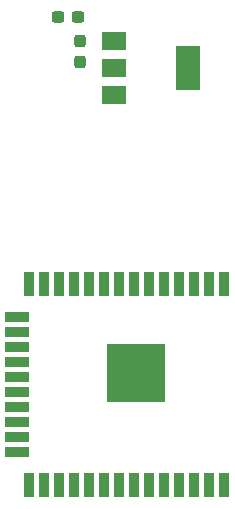
<source format=gbr>
%TF.GenerationSoftware,KiCad,Pcbnew,(6.0.1)*%
%TF.CreationDate,2022-11-17T23:17:31+08:00*%
%TF.ProjectId,ESP32_Adapter,45535033-325f-4416-9461-707465722e6b,rev?*%
%TF.SameCoordinates,Original*%
%TF.FileFunction,Paste,Top*%
%TF.FilePolarity,Positive*%
%FSLAX46Y46*%
G04 Gerber Fmt 4.6, Leading zero omitted, Abs format (unit mm)*
G04 Created by KiCad (PCBNEW (6.0.1)) date 2022-11-17 23:17:31*
%MOMM*%
%LPD*%
G01*
G04 APERTURE LIST*
G04 Aperture macros list*
%AMRoundRect*
0 Rectangle with rounded corners*
0 $1 Rounding radius*
0 $2 $3 $4 $5 $6 $7 $8 $9 X,Y pos of 4 corners*
0 Add a 4 corners polygon primitive as box body*
4,1,4,$2,$3,$4,$5,$6,$7,$8,$9,$2,$3,0*
0 Add four circle primitives for the rounded corners*
1,1,$1+$1,$2,$3*
1,1,$1+$1,$4,$5*
1,1,$1+$1,$6,$7*
1,1,$1+$1,$8,$9*
0 Add four rect primitives between the rounded corners*
20,1,$1+$1,$2,$3,$4,$5,0*
20,1,$1+$1,$4,$5,$6,$7,0*
20,1,$1+$1,$6,$7,$8,$9,0*
20,1,$1+$1,$8,$9,$2,$3,0*%
G04 Aperture macros list end*
%ADD10R,0.900000X2.000000*%
%ADD11R,2.000000X0.900000*%
%ADD12R,5.000000X5.000000*%
%ADD13RoundRect,0.237500X0.237500X-0.300000X0.237500X0.300000X-0.237500X0.300000X-0.237500X-0.300000X0*%
%ADD14RoundRect,0.237500X-0.300000X-0.237500X0.300000X-0.237500X0.300000X0.237500X-0.300000X0.237500X0*%
%ADD15R,2.000000X1.500000*%
%ADD16R,2.000000X3.800000*%
G04 APERTURE END LIST*
D10*
%TO.C,ESP32*%
X112776000Y-94742000D03*
X111506000Y-94742000D03*
X110236000Y-94742000D03*
X108966000Y-94742000D03*
X107696000Y-94742000D03*
X106426000Y-94742000D03*
X105156000Y-94742000D03*
X103886000Y-94742000D03*
X102616000Y-94742000D03*
X101346000Y-94742000D03*
X100076000Y-94742000D03*
X98806000Y-94742000D03*
X97536000Y-94742000D03*
X96266000Y-94742000D03*
D11*
X95266000Y-97527000D03*
X95266000Y-98797000D03*
X95266000Y-100067000D03*
X95266000Y-101337000D03*
X95266000Y-102607000D03*
X95266000Y-103877000D03*
X95266000Y-105147000D03*
X95266000Y-106417000D03*
X95266000Y-107687000D03*
X95266000Y-108957000D03*
D10*
X96266000Y-111742000D03*
X97536000Y-111742000D03*
X98806000Y-111742000D03*
X100076000Y-111742000D03*
X101346000Y-111742000D03*
X102616000Y-111742000D03*
X103886000Y-111742000D03*
X105156000Y-111742000D03*
X106426000Y-111742000D03*
X107696000Y-111742000D03*
X108966000Y-111742000D03*
X110236000Y-111742000D03*
X111506000Y-111742000D03*
X112776000Y-111742000D03*
D12*
X105276000Y-102242000D03*
%TD*%
D13*
%TO.C,C2*%
X100584000Y-75893000D03*
X100584000Y-74168000D03*
%TD*%
D14*
%TO.C,C1*%
X98705500Y-72136000D03*
X100430500Y-72136000D03*
%TD*%
D15*
%TO.C,AMS1117*%
X103428000Y-74154000D03*
D16*
X109728000Y-76454000D03*
D15*
X103428000Y-76454000D03*
X103428000Y-78754000D03*
%TD*%
M02*

</source>
